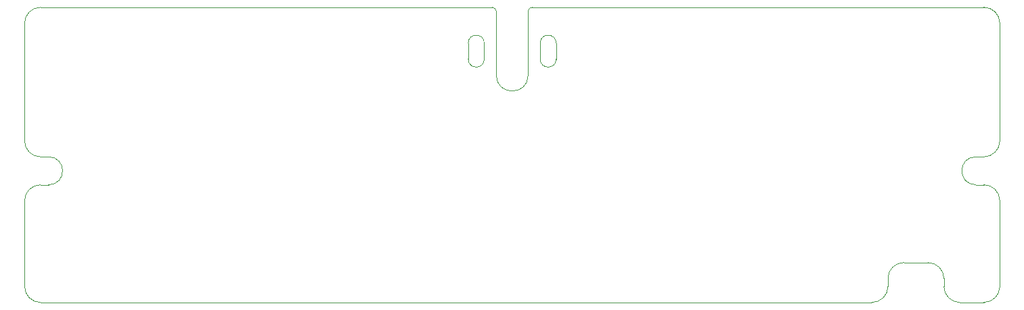
<source format=gm1>
G04 #@! TF.GenerationSoftware,KiCad,Pcbnew,(5.1.12)-1*
G04 #@! TF.CreationDate,2022-01-06T15:04:26+01:00*
G04 #@! TF.ProjectId,V0-UmbilicalBoard,56302d55-6d62-4696-9c69-63616c426f61,rev?*
G04 #@! TF.SameCoordinates,Original*
G04 #@! TF.FileFunction,Profile,NP*
%FSLAX46Y46*%
G04 Gerber Fmt 4.6, Leading zero omitted, Abs format (unit mm)*
G04 Created by KiCad (PCBNEW (5.1.12)-1) date 2022-01-06 15:04:27*
%MOMM*%
%LPD*%
G01*
G04 APERTURE LIST*
G04 #@! TA.AperFunction,Profile*
%ADD10C,0.050000*%
G04 #@! TD*
G04 APERTURE END LIST*
D10*
X96500000Y-88000000D02*
X96500000Y-86000000D01*
X94500000Y-86000000D02*
X94500000Y-88000000D01*
X94500000Y-86000000D02*
G75*
G02*
X96500000Y-86000000I1000000J0D01*
G01*
X96500000Y-88000000D02*
G75*
G02*
X94500000Y-88000000I-1000000J0D01*
G01*
X105500000Y-88000000D02*
X105500000Y-86000000D01*
X105500000Y-88000000D02*
G75*
G02*
X103500000Y-88000000I-1000000J0D01*
G01*
X103500000Y-86000000D02*
X103500000Y-88000000D01*
X103500000Y-86000000D02*
G75*
G02*
X105500000Y-86000000I1000000J0D01*
G01*
X102000000Y-82000000D02*
X102000000Y-90000000D01*
X98000000Y-82000000D02*
X98000000Y-90000000D01*
X97500000Y-81500000D02*
G75*
G02*
X98000000Y-82000000I0J-500000D01*
G01*
X102000000Y-82000000D02*
G75*
G02*
X102500000Y-81500000I500000J0D01*
G01*
X102500000Y-81500000D02*
X159000000Y-81500000D01*
X97500000Y-81500000D02*
X41000000Y-81500000D01*
X102000000Y-90000000D02*
G75*
G02*
X98000000Y-90000000I-2000000J0D01*
G01*
X41000000Y-118500000D02*
G75*
G02*
X39000000Y-116500000I0J2000000D01*
G01*
X39000000Y-105750000D02*
X39000000Y-116500000D01*
X39000000Y-105750000D02*
G75*
G02*
X41000000Y-103750000I2000000J0D01*
G01*
X41000000Y-103750000D02*
X42000000Y-103750000D01*
X42000000Y-100250000D02*
G75*
G02*
X42000000Y-103750000I0J-1750000D01*
G01*
X42000000Y-100250000D02*
X41000000Y-100250000D01*
X41000000Y-100250001D02*
G75*
G02*
X38999999Y-98250000I0J2000001D01*
G01*
X39000000Y-83500000D02*
X39000000Y-98250000D01*
X39000000Y-83500000D02*
G75*
G02*
X41000000Y-81500000I2000000J0D01*
G01*
X159000000Y-81500000D02*
G75*
G02*
X161000000Y-83500000I0J-2000000D01*
G01*
X161000000Y-98250000D02*
X161000000Y-83500000D01*
X161000000Y-98250000D02*
G75*
G02*
X159000000Y-100250000I-2000000J0D01*
G01*
X159000000Y-100250000D02*
X158000000Y-100250000D01*
X158000000Y-103750000D02*
G75*
G02*
X158000000Y-100250000I0J1750000D01*
G01*
X158000000Y-103750000D02*
X159000000Y-103750000D01*
X159000000Y-103750000D02*
G75*
G02*
X161000000Y-105750000I0J-2000000D01*
G01*
X161000000Y-116500000D02*
X161000000Y-105750000D01*
X161000000Y-116500000D02*
G75*
G02*
X159000000Y-118500000I-2000000J0D01*
G01*
X156000000Y-118500000D02*
X159000000Y-118500000D01*
X156000000Y-118500000D02*
G75*
G02*
X154000000Y-116500000I0J2000000D01*
G01*
X154000000Y-116500000D02*
X154000000Y-115500000D01*
X152000000Y-113500000D02*
G75*
G02*
X154000000Y-115500000I0J-2000000D01*
G01*
X152000000Y-113500000D02*
X149000000Y-113500000D01*
X147000000Y-115500000D02*
G75*
G02*
X149000000Y-113500000I2000000J0D01*
G01*
X147000000Y-115500000D02*
X147000000Y-116500000D01*
X147000000Y-116500000D02*
G75*
G02*
X145000000Y-118500000I-2000000J0D01*
G01*
X41000000Y-118500000D02*
X145000000Y-118500000D01*
M02*

</source>
